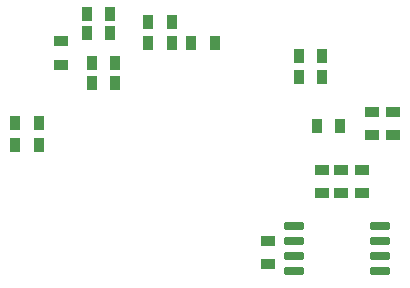
<source format=gbp>
G04*
G04 #@! TF.GenerationSoftware,Altium Limited,Altium Designer,19.0.15 (446)*
G04*
G04 Layer_Color=128*
%FSLAX23Y23*%
%MOIN*%
G70*
G01*
G75*
%ADD28R,0.037X0.051*%
%ADD30R,0.051X0.037*%
G04:AMPARAMS|DCode=106|XSize=67mil|YSize=24mil|CornerRadius=3mil|HoleSize=0mil|Usage=FLASHONLY|Rotation=0.000|XOffset=0mil|YOffset=0mil|HoleType=Round|Shape=RoundedRectangle|*
%AMROUNDEDRECTD106*
21,1,0.067,0.018,0,0,0.0*
21,1,0.061,0.024,0,0,0.0*
1,1,0.006,0.030,-0.009*
1,1,0.006,-0.030,-0.009*
1,1,0.006,-0.030,0.009*
1,1,0.006,0.030,0.009*
%
%ADD106ROUNDEDRECTD106*%
D28*
X1276Y1418D02*
D03*
X1354Y1418D02*
D03*
X1294Y1580D02*
D03*
X1216Y1580D02*
D03*
X857Y1695D02*
D03*
X936Y1695D02*
D03*
X714Y1765D02*
D03*
X793Y1765D02*
D03*
X526Y1561D02*
D03*
X604Y1561D02*
D03*
X526Y1626D02*
D03*
X604Y1626D02*
D03*
X589Y1726D02*
D03*
X511D02*
D03*
X589Y1790D02*
D03*
X511D02*
D03*
X272Y1355D02*
D03*
X350D02*
D03*
X272Y1426D02*
D03*
X350D02*
D03*
X1294Y1650D02*
D03*
X1216Y1650D02*
D03*
X793Y1695D02*
D03*
X714Y1695D02*
D03*
D30*
X1113Y1034D02*
D03*
X1113Y956D02*
D03*
X1294Y1193D02*
D03*
X1294Y1272D02*
D03*
X1359Y1193D02*
D03*
X1359Y1272D02*
D03*
X1429Y1193D02*
D03*
X1429Y1272D02*
D03*
X1461Y1464D02*
D03*
X1461Y1386D02*
D03*
X1531Y1464D02*
D03*
X1531Y1386D02*
D03*
X425Y1701D02*
D03*
X425Y1622D02*
D03*
D106*
X1200Y935D02*
D03*
Y985D02*
D03*
Y1035D02*
D03*
Y1085D02*
D03*
X1487D02*
D03*
Y1035D02*
D03*
Y985D02*
D03*
Y935D02*
D03*
M02*

</source>
